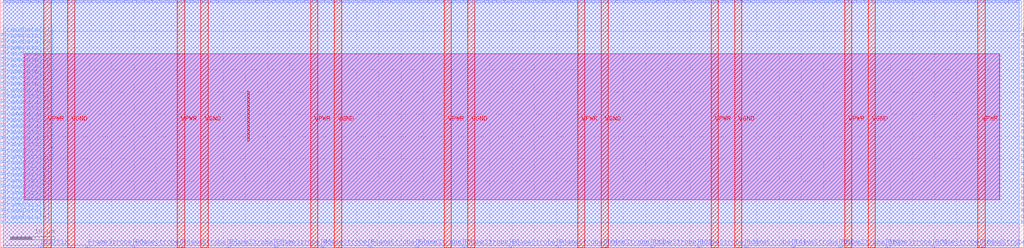
<source format=lef>
VERSION 5.7 ;
  NOWIREEXTENSIONATPIN ON ;
  DIVIDERCHAR "/" ;
  BUSBITCHARS "[]" ;
MACRO S_term_single2
  CLASS BLOCK ;
  FOREIGN S_term_single2 ;
  ORIGIN 0.000 0.000 ;
  SIZE 230.000 BY 55.760 ;
  PIN FrameData[0]
    DIRECTION INPUT ;
    USE SIGNAL ;
    ANTENNAGATEAREA 0.213000 ;
    PORT
      LAYER met3 ;
        RECT 0.000 5.480 0.600 6.080 ;
    END
  END FrameData[0]
  PIN FrameData[10]
    DIRECTION INPUT ;
    USE SIGNAL ;
    ANTENNAGATEAREA 0.631200 ;
    ANTENNADIFFAREA 0.434700 ;
    PORT
      LAYER met3 ;
        RECT 0.000 19.080 0.600 19.680 ;
    END
  END FrameData[10]
  PIN FrameData[11]
    DIRECTION INPUT ;
    USE SIGNAL ;
    ANTENNAGATEAREA 0.631200 ;
    ANTENNADIFFAREA 0.434700 ;
    PORT
      LAYER met3 ;
        RECT 0.000 20.440 0.600 21.040 ;
    END
  END FrameData[11]
  PIN FrameData[12]
    DIRECTION INPUT ;
    USE SIGNAL ;
    ANTENNAGATEAREA 0.196500 ;
    PORT
      LAYER met3 ;
        RECT 0.000 21.800 0.600 22.400 ;
    END
  END FrameData[12]
  PIN FrameData[13]
    DIRECTION INPUT ;
    USE SIGNAL ;
    ANTENNAGATEAREA 0.631200 ;
    ANTENNADIFFAREA 0.434700 ;
    PORT
      LAYER met3 ;
        RECT 0.000 23.160 0.600 23.760 ;
    END
  END FrameData[13]
  PIN FrameData[14]
    DIRECTION INPUT ;
    USE SIGNAL ;
    ANTENNAGATEAREA 0.631200 ;
    ANTENNADIFFAREA 0.434700 ;
    PORT
      LAYER met3 ;
        RECT 0.000 24.520 0.600 25.120 ;
    END
  END FrameData[14]
  PIN FrameData[15]
    DIRECTION INPUT ;
    USE SIGNAL ;
    ANTENNAGATEAREA 0.631200 ;
    ANTENNADIFFAREA 0.434700 ;
    PORT
      LAYER met3 ;
        RECT 0.000 25.880 0.600 26.480 ;
    END
  END FrameData[15]
  PIN FrameData[16]
    DIRECTION INPUT ;
    USE SIGNAL ;
    ANTENNAGATEAREA 0.631200 ;
    ANTENNADIFFAREA 0.434700 ;
    PORT
      LAYER met3 ;
        RECT 0.000 27.240 0.600 27.840 ;
    END
  END FrameData[16]
  PIN FrameData[17]
    DIRECTION INPUT ;
    USE SIGNAL ;
    ANTENNAGATEAREA 0.631200 ;
    ANTENNADIFFAREA 0.434700 ;
    PORT
      LAYER met3 ;
        RECT 0.000 28.600 0.600 29.200 ;
    END
  END FrameData[17]
  PIN FrameData[18]
    DIRECTION INPUT ;
    USE SIGNAL ;
    ANTENNAGATEAREA 0.647700 ;
    ANTENNADIFFAREA 0.434700 ;
    PORT
      LAYER met3 ;
        RECT 0.000 29.960 0.600 30.560 ;
    END
  END FrameData[18]
  PIN FrameData[19]
    DIRECTION INPUT ;
    USE SIGNAL ;
    ANTENNAGATEAREA 0.196500 ;
    PORT
      LAYER met3 ;
        RECT 0.000 31.320 0.600 31.920 ;
    END
  END FrameData[19]
  PIN FrameData[1]
    DIRECTION INPUT ;
    USE SIGNAL ;
    ANTENNAGATEAREA 0.631200 ;
    ANTENNADIFFAREA 0.434700 ;
    PORT
      LAYER met3 ;
        RECT 0.000 6.840 0.600 7.440 ;
    END
  END FrameData[1]
  PIN FrameData[20]
    DIRECTION INPUT ;
    USE SIGNAL ;
    ANTENNAGATEAREA 0.631200 ;
    ANTENNADIFFAREA 0.434700 ;
    PORT
      LAYER met3 ;
        RECT 0.000 32.680 0.600 33.280 ;
    END
  END FrameData[20]
  PIN FrameData[21]
    DIRECTION INPUT ;
    USE SIGNAL ;
    ANTENNAGATEAREA 0.647700 ;
    ANTENNADIFFAREA 0.434700 ;
    PORT
      LAYER met3 ;
        RECT 0.000 34.040 0.600 34.640 ;
    END
  END FrameData[21]
  PIN FrameData[22]
    DIRECTION INPUT ;
    USE SIGNAL ;
    ANTENNAGATEAREA 0.196500 ;
    PORT
      LAYER met3 ;
        RECT 0.000 35.400 0.600 36.000 ;
    END
  END FrameData[22]
  PIN FrameData[23]
    DIRECTION INPUT ;
    USE SIGNAL ;
    ANTENNAGATEAREA 0.631200 ;
    ANTENNADIFFAREA 0.434700 ;
    PORT
      LAYER met3 ;
        RECT 0.000 36.760 0.600 37.360 ;
    END
  END FrameData[23]
  PIN FrameData[24]
    DIRECTION INPUT ;
    USE SIGNAL ;
    ANTENNAGATEAREA 0.196500 ;
    PORT
      LAYER met3 ;
        RECT 0.000 38.120 0.600 38.720 ;
    END
  END FrameData[24]
  PIN FrameData[25]
    DIRECTION INPUT ;
    USE SIGNAL ;
    ANTENNAGATEAREA 0.631200 ;
    ANTENNADIFFAREA 0.434700 ;
    PORT
      LAYER met3 ;
        RECT 0.000 39.480 0.600 40.080 ;
    END
  END FrameData[25]
  PIN FrameData[26]
    DIRECTION INPUT ;
    USE SIGNAL ;
    ANTENNAGATEAREA 0.196500 ;
    PORT
      LAYER met3 ;
        RECT 0.000 40.840 0.600 41.440 ;
    END
  END FrameData[26]
  PIN FrameData[27]
    DIRECTION INPUT ;
    USE SIGNAL ;
    ANTENNAGATEAREA 0.631200 ;
    ANTENNADIFFAREA 0.434700 ;
    PORT
      LAYER met3 ;
        RECT 0.000 42.200 0.600 42.800 ;
    END
  END FrameData[27]
  PIN FrameData[28]
    DIRECTION INPUT ;
    USE SIGNAL ;
    ANTENNAGATEAREA 0.631200 ;
    ANTENNADIFFAREA 0.434700 ;
    PORT
      LAYER met3 ;
        RECT 0.000 43.560 0.600 44.160 ;
    END
  END FrameData[28]
  PIN FrameData[29]
    DIRECTION INPUT ;
    USE SIGNAL ;
    ANTENNAGATEAREA 0.213000 ;
    PORT
      LAYER met3 ;
        RECT 0.000 44.920 0.600 45.520 ;
    END
  END FrameData[29]
  PIN FrameData[2]
    DIRECTION INPUT ;
    USE SIGNAL ;
    ANTENNAGATEAREA 0.631200 ;
    ANTENNADIFFAREA 0.434700 ;
    PORT
      LAYER met3 ;
        RECT 0.000 8.200 0.600 8.800 ;
    END
  END FrameData[2]
  PIN FrameData[30]
    DIRECTION INPUT ;
    USE SIGNAL ;
    ANTENNAGATEAREA 0.631200 ;
    ANTENNADIFFAREA 0.434700 ;
    PORT
      LAYER met3 ;
        RECT 0.000 46.280 0.600 46.880 ;
    END
  END FrameData[30]
  PIN FrameData[31]
    DIRECTION INPUT ;
    USE SIGNAL ;
    ANTENNAGATEAREA 0.631200 ;
    ANTENNADIFFAREA 0.434700 ;
    PORT
      LAYER met3 ;
        RECT 0.000 47.640 0.600 48.240 ;
    END
  END FrameData[31]
  PIN FrameData[3]
    DIRECTION INPUT ;
    USE SIGNAL ;
    ANTENNAGATEAREA 0.631200 ;
    ANTENNADIFFAREA 0.434700 ;
    PORT
      LAYER met3 ;
        RECT 0.000 9.560 0.600 10.160 ;
    END
  END FrameData[3]
  PIN FrameData[4]
    DIRECTION INPUT ;
    USE SIGNAL ;
    ANTENNAGATEAREA 0.631200 ;
    ANTENNADIFFAREA 0.434700 ;
    PORT
      LAYER met3 ;
        RECT 0.000 10.920 0.600 11.520 ;
    END
  END FrameData[4]
  PIN FrameData[5]
    DIRECTION INPUT ;
    USE SIGNAL ;
    ANTENNAGATEAREA 0.631200 ;
    ANTENNADIFFAREA 0.434700 ;
    PORT
      LAYER met3 ;
        RECT 0.000 12.280 0.600 12.880 ;
    END
  END FrameData[5]
  PIN FrameData[6]
    DIRECTION INPUT ;
    USE SIGNAL ;
    ANTENNAGATEAREA 0.631200 ;
    ANTENNADIFFAREA 0.434700 ;
    PORT
      LAYER met3 ;
        RECT 0.000 13.640 0.600 14.240 ;
    END
  END FrameData[6]
  PIN FrameData[7]
    DIRECTION INPUT ;
    USE SIGNAL ;
    ANTENNAGATEAREA 0.631200 ;
    ANTENNADIFFAREA 0.434700 ;
    PORT
      LAYER met3 ;
        RECT 0.000 15.000 0.600 15.600 ;
    END
  END FrameData[7]
  PIN FrameData[8]
    DIRECTION INPUT ;
    USE SIGNAL ;
    ANTENNAGATEAREA 0.631200 ;
    ANTENNADIFFAREA 0.434700 ;
    PORT
      LAYER met3 ;
        RECT 0.000 16.360 0.600 16.960 ;
    END
  END FrameData[8]
  PIN FrameData[9]
    DIRECTION INPUT ;
    USE SIGNAL ;
    ANTENNAGATEAREA 0.631200 ;
    ANTENNADIFFAREA 0.434700 ;
    PORT
      LAYER met3 ;
        RECT 0.000 17.720 0.600 18.320 ;
    END
  END FrameData[9]
  PIN FrameData_O[0]
    DIRECTION OUTPUT ;
    USE SIGNAL ;
    ANTENNADIFFAREA 0.445500 ;
    PORT
      LAYER met3 ;
        RECT 229.400 5.480 230.000 6.080 ;
    END
  END FrameData_O[0]
  PIN FrameData_O[10]
    DIRECTION OUTPUT ;
    USE SIGNAL ;
    ANTENNADIFFAREA 0.445500 ;
    PORT
      LAYER met3 ;
        RECT 229.400 19.080 230.000 19.680 ;
    END
  END FrameData_O[10]
  PIN FrameData_O[11]
    DIRECTION OUTPUT ;
    USE SIGNAL ;
    ANTENNADIFFAREA 0.445500 ;
    PORT
      LAYER met3 ;
        RECT 229.400 20.440 230.000 21.040 ;
    END
  END FrameData_O[11]
  PIN FrameData_O[12]
    DIRECTION OUTPUT ;
    USE SIGNAL ;
    ANTENNADIFFAREA 0.445500 ;
    PORT
      LAYER met3 ;
        RECT 229.400 21.800 230.000 22.400 ;
    END
  END FrameData_O[12]
  PIN FrameData_O[13]
    DIRECTION OUTPUT ;
    USE SIGNAL ;
    ANTENNADIFFAREA 0.445500 ;
    PORT
      LAYER met3 ;
        RECT 229.400 23.160 230.000 23.760 ;
    END
  END FrameData_O[13]
  PIN FrameData_O[14]
    DIRECTION OUTPUT ;
    USE SIGNAL ;
    ANTENNADIFFAREA 0.445500 ;
    PORT
      LAYER met3 ;
        RECT 229.400 24.520 230.000 25.120 ;
    END
  END FrameData_O[14]
  PIN FrameData_O[15]
    DIRECTION OUTPUT ;
    USE SIGNAL ;
    ANTENNADIFFAREA 0.445500 ;
    PORT
      LAYER met3 ;
        RECT 229.400 25.880 230.000 26.480 ;
    END
  END FrameData_O[15]
  PIN FrameData_O[16]
    DIRECTION OUTPUT ;
    USE SIGNAL ;
    ANTENNADIFFAREA 0.445500 ;
    PORT
      LAYER met3 ;
        RECT 229.400 27.240 230.000 27.840 ;
    END
  END FrameData_O[16]
  PIN FrameData_O[17]
    DIRECTION OUTPUT ;
    USE SIGNAL ;
    ANTENNADIFFAREA 0.445500 ;
    PORT
      LAYER met3 ;
        RECT 229.400 28.600 230.000 29.200 ;
    END
  END FrameData_O[17]
  PIN FrameData_O[18]
    DIRECTION OUTPUT ;
    USE SIGNAL ;
    ANTENNADIFFAREA 0.445500 ;
    PORT
      LAYER met3 ;
        RECT 229.400 29.960 230.000 30.560 ;
    END
  END FrameData_O[18]
  PIN FrameData_O[19]
    DIRECTION OUTPUT ;
    USE SIGNAL ;
    ANTENNADIFFAREA 0.445500 ;
    PORT
      LAYER met3 ;
        RECT 229.400 31.320 230.000 31.920 ;
    END
  END FrameData_O[19]
  PIN FrameData_O[1]
    DIRECTION OUTPUT ;
    USE SIGNAL ;
    ANTENNADIFFAREA 0.445500 ;
    PORT
      LAYER met3 ;
        RECT 229.400 6.840 230.000 7.440 ;
    END
  END FrameData_O[1]
  PIN FrameData_O[20]
    DIRECTION OUTPUT ;
    USE SIGNAL ;
    ANTENNADIFFAREA 0.445500 ;
    PORT
      LAYER met3 ;
        RECT 229.400 32.680 230.000 33.280 ;
    END
  END FrameData_O[20]
  PIN FrameData_O[21]
    DIRECTION OUTPUT ;
    USE SIGNAL ;
    ANTENNADIFFAREA 0.445500 ;
    PORT
      LAYER met3 ;
        RECT 229.400 34.040 230.000 34.640 ;
    END
  END FrameData_O[21]
  PIN FrameData_O[22]
    DIRECTION OUTPUT ;
    USE SIGNAL ;
    ANTENNADIFFAREA 0.445500 ;
    PORT
      LAYER met3 ;
        RECT 229.400 35.400 230.000 36.000 ;
    END
  END FrameData_O[22]
  PIN FrameData_O[23]
    DIRECTION OUTPUT ;
    USE SIGNAL ;
    ANTENNADIFFAREA 0.445500 ;
    PORT
      LAYER met3 ;
        RECT 229.400 36.760 230.000 37.360 ;
    END
  END FrameData_O[23]
  PIN FrameData_O[24]
    DIRECTION OUTPUT ;
    USE SIGNAL ;
    ANTENNADIFFAREA 0.445500 ;
    PORT
      LAYER met3 ;
        RECT 229.400 38.120 230.000 38.720 ;
    END
  END FrameData_O[24]
  PIN FrameData_O[25]
    DIRECTION OUTPUT ;
    USE SIGNAL ;
    ANTENNADIFFAREA 0.445500 ;
    PORT
      LAYER met3 ;
        RECT 229.400 39.480 230.000 40.080 ;
    END
  END FrameData_O[25]
  PIN FrameData_O[26]
    DIRECTION OUTPUT ;
    USE SIGNAL ;
    ANTENNADIFFAREA 0.445500 ;
    PORT
      LAYER met3 ;
        RECT 229.400 40.840 230.000 41.440 ;
    END
  END FrameData_O[26]
  PIN FrameData_O[27]
    DIRECTION OUTPUT ;
    USE SIGNAL ;
    ANTENNADIFFAREA 0.445500 ;
    PORT
      LAYER met3 ;
        RECT 229.400 42.200 230.000 42.800 ;
    END
  END FrameData_O[27]
  PIN FrameData_O[28]
    DIRECTION OUTPUT ;
    USE SIGNAL ;
    ANTENNADIFFAREA 0.445500 ;
    PORT
      LAYER met3 ;
        RECT 229.400 43.560 230.000 44.160 ;
    END
  END FrameData_O[28]
  PIN FrameData_O[29]
    DIRECTION OUTPUT ;
    USE SIGNAL ;
    ANTENNADIFFAREA 0.445500 ;
    PORT
      LAYER met3 ;
        RECT 229.400 44.920 230.000 45.520 ;
    END
  END FrameData_O[29]
  PIN FrameData_O[2]
    DIRECTION OUTPUT ;
    USE SIGNAL ;
    ANTENNADIFFAREA 0.445500 ;
    PORT
      LAYER met3 ;
        RECT 229.400 8.200 230.000 8.800 ;
    END
  END FrameData_O[2]
  PIN FrameData_O[30]
    DIRECTION OUTPUT ;
    USE SIGNAL ;
    ANTENNADIFFAREA 0.445500 ;
    PORT
      LAYER met3 ;
        RECT 229.400 46.280 230.000 46.880 ;
    END
  END FrameData_O[30]
  PIN FrameData_O[31]
    DIRECTION OUTPUT ;
    USE SIGNAL ;
    ANTENNADIFFAREA 0.445500 ;
    PORT
      LAYER met3 ;
        RECT 229.400 47.640 230.000 48.240 ;
    END
  END FrameData_O[31]
  PIN FrameData_O[3]
    DIRECTION OUTPUT ;
    USE SIGNAL ;
    ANTENNADIFFAREA 0.445500 ;
    PORT
      LAYER met3 ;
        RECT 229.400 9.560 230.000 10.160 ;
    END
  END FrameData_O[3]
  PIN FrameData_O[4]
    DIRECTION OUTPUT ;
    USE SIGNAL ;
    ANTENNADIFFAREA 0.445500 ;
    PORT
      LAYER met3 ;
        RECT 229.400 10.920 230.000 11.520 ;
    END
  END FrameData_O[4]
  PIN FrameData_O[5]
    DIRECTION OUTPUT ;
    USE SIGNAL ;
    ANTENNADIFFAREA 0.445500 ;
    PORT
      LAYER met3 ;
        RECT 229.400 12.280 230.000 12.880 ;
    END
  END FrameData_O[5]
  PIN FrameData_O[6]
    DIRECTION OUTPUT ;
    USE SIGNAL ;
    ANTENNADIFFAREA 0.445500 ;
    PORT
      LAYER met3 ;
        RECT 229.400 13.640 230.000 14.240 ;
    END
  END FrameData_O[6]
  PIN FrameData_O[7]
    DIRECTION OUTPUT ;
    USE SIGNAL ;
    ANTENNADIFFAREA 0.445500 ;
    PORT
      LAYER met3 ;
        RECT 229.400 15.000 230.000 15.600 ;
    END
  END FrameData_O[7]
  PIN FrameData_O[8]
    DIRECTION OUTPUT ;
    USE SIGNAL ;
    ANTENNADIFFAREA 0.445500 ;
    PORT
      LAYER met3 ;
        RECT 229.400 16.360 230.000 16.960 ;
    END
  END FrameData_O[8]
  PIN FrameData_O[9]
    DIRECTION OUTPUT ;
    USE SIGNAL ;
    ANTENNADIFFAREA 0.445500 ;
    PORT
      LAYER met3 ;
        RECT 229.400 17.720 230.000 18.320 ;
    END
  END FrameData_O[9]
  PIN FrameStrobe[0]
    DIRECTION INPUT ;
    USE SIGNAL ;
    ANTENNAGATEAREA 0.196500 ;
    PORT
      LAYER met2 ;
        RECT 19.410 0.000 19.690 0.280 ;
    END
  END FrameStrobe[0]
  PIN FrameStrobe[10]
    DIRECTION INPUT ;
    USE SIGNAL ;
    ANTENNAGATEAREA 0.196500 ;
    PORT
      LAYER met2 ;
        RECT 125.210 0.000 125.490 0.280 ;
    END
  END FrameStrobe[10]
  PIN FrameStrobe[11]
    DIRECTION INPUT ;
    USE SIGNAL ;
    ANTENNAGATEAREA 0.196500 ;
    PORT
      LAYER met2 ;
        RECT 135.790 0.000 136.070 0.280 ;
    END
  END FrameStrobe[11]
  PIN FrameStrobe[12]
    DIRECTION INPUT ;
    USE SIGNAL ;
    ANTENNAGATEAREA 0.196500 ;
    PORT
      LAYER met2 ;
        RECT 146.370 0.000 146.650 0.280 ;
    END
  END FrameStrobe[12]
  PIN FrameStrobe[13]
    DIRECTION INPUT ;
    USE SIGNAL ;
    ANTENNAGATEAREA 0.196500 ;
    PORT
      LAYER met2 ;
        RECT 156.950 0.000 157.230 0.280 ;
    END
  END FrameStrobe[13]
  PIN FrameStrobe[14]
    DIRECTION INPUT ;
    USE SIGNAL ;
    ANTENNAGATEAREA 0.196500 ;
    PORT
      LAYER met2 ;
        RECT 167.530 0.000 167.810 0.280 ;
    END
  END FrameStrobe[14]
  PIN FrameStrobe[15]
    DIRECTION INPUT ;
    USE SIGNAL ;
    ANTENNAGATEAREA 0.196500 ;
    PORT
      LAYER met2 ;
        RECT 178.110 0.000 178.390 0.280 ;
    END
  END FrameStrobe[15]
  PIN FrameStrobe[16]
    DIRECTION INPUT ;
    USE SIGNAL ;
    ANTENNAGATEAREA 0.196500 ;
    PORT
      LAYER met2 ;
        RECT 188.690 0.000 188.970 0.280 ;
    END
  END FrameStrobe[16]
  PIN FrameStrobe[17]
    DIRECTION INPUT ;
    USE SIGNAL ;
    ANTENNAGATEAREA 0.196500 ;
    PORT
      LAYER met2 ;
        RECT 199.270 0.000 199.550 0.280 ;
    END
  END FrameStrobe[17]
  PIN FrameStrobe[18]
    DIRECTION INPUT ;
    USE SIGNAL ;
    ANTENNAGATEAREA 0.196500 ;
    PORT
      LAYER met2 ;
        RECT 209.850 0.000 210.130 0.280 ;
    END
  END FrameStrobe[18]
  PIN FrameStrobe[19]
    DIRECTION INPUT ;
    USE SIGNAL ;
    ANTENNAGATEAREA 0.196500 ;
    PORT
      LAYER met2 ;
        RECT 220.430 0.000 220.710 0.280 ;
    END
  END FrameStrobe[19]
  PIN FrameStrobe[1]
    DIRECTION INPUT ;
    USE SIGNAL ;
    ANTENNAGATEAREA 0.196500 ;
    PORT
      LAYER met2 ;
        RECT 29.990 0.000 30.270 0.280 ;
    END
  END FrameStrobe[1]
  PIN FrameStrobe[2]
    DIRECTION INPUT ;
    USE SIGNAL ;
    ANTENNAGATEAREA 0.213000 ;
    PORT
      LAYER met2 ;
        RECT 40.570 0.000 40.850 0.280 ;
    END
  END FrameStrobe[2]
  PIN FrameStrobe[3]
    DIRECTION INPUT ;
    USE SIGNAL ;
    ANTENNAGATEAREA 0.213000 ;
    PORT
      LAYER met2 ;
        RECT 51.150 0.000 51.430 0.280 ;
    END
  END FrameStrobe[3]
  PIN FrameStrobe[4]
    DIRECTION INPUT ;
    USE SIGNAL ;
    ANTENNAGATEAREA 0.213000 ;
    PORT
      LAYER met2 ;
        RECT 61.730 0.000 62.010 0.280 ;
    END
  END FrameStrobe[4]
  PIN FrameStrobe[5]
    DIRECTION INPUT ;
    USE SIGNAL ;
    ANTENNAGATEAREA 0.213000 ;
    PORT
      LAYER met2 ;
        RECT 72.310 0.000 72.590 0.280 ;
    END
  END FrameStrobe[5]
  PIN FrameStrobe[6]
    DIRECTION INPUT ;
    USE SIGNAL ;
    ANTENNAGATEAREA 0.196500 ;
    PORT
      LAYER met2 ;
        RECT 82.890 0.000 83.170 0.280 ;
    END
  END FrameStrobe[6]
  PIN FrameStrobe[7]
    DIRECTION INPUT ;
    USE SIGNAL ;
    ANTENNAGATEAREA 0.196500 ;
    PORT
      LAYER met2 ;
        RECT 93.470 0.000 93.750 0.280 ;
    END
  END FrameStrobe[7]
  PIN FrameStrobe[8]
    DIRECTION INPUT ;
    USE SIGNAL ;
    ANTENNAGATEAREA 0.196500 ;
    PORT
      LAYER met2 ;
        RECT 104.050 0.000 104.330 0.280 ;
    END
  END FrameStrobe[8]
  PIN FrameStrobe[9]
    DIRECTION INPUT ;
    USE SIGNAL ;
    ANTENNAGATEAREA 0.196500 ;
    PORT
      LAYER met2 ;
        RECT 114.630 0.000 114.910 0.280 ;
    END
  END FrameStrobe[9]
  PIN FrameStrobe_O[0]
    DIRECTION OUTPUT ;
    USE SIGNAL ;
    ANTENNADIFFAREA 0.445500 ;
    PORT
      LAYER met2 ;
        RECT 193.750 55.480 194.030 55.760 ;
    END
  END FrameStrobe_O[0]
  PIN FrameStrobe_O[10]
    DIRECTION OUTPUT ;
    USE SIGNAL ;
    ANTENNADIFFAREA 0.445500 ;
    PORT
      LAYER met2 ;
        RECT 212.150 55.480 212.430 55.760 ;
    END
  END FrameStrobe_O[10]
  PIN FrameStrobe_O[11]
    DIRECTION OUTPUT ;
    USE SIGNAL ;
    ANTENNADIFFAREA 0.445500 ;
    PORT
      LAYER met2 ;
        RECT 213.990 55.480 214.270 55.760 ;
    END
  END FrameStrobe_O[11]
  PIN FrameStrobe_O[12]
    DIRECTION OUTPUT ;
    USE SIGNAL ;
    ANTENNADIFFAREA 0.445500 ;
    PORT
      LAYER met2 ;
        RECT 215.830 55.480 216.110 55.760 ;
    END
  END FrameStrobe_O[12]
  PIN FrameStrobe_O[13]
    DIRECTION OUTPUT ;
    USE SIGNAL ;
    ANTENNADIFFAREA 0.445500 ;
    PORT
      LAYER met2 ;
        RECT 217.670 55.480 217.950 55.760 ;
    END
  END FrameStrobe_O[13]
  PIN FrameStrobe_O[14]
    DIRECTION OUTPUT ;
    USE SIGNAL ;
    ANTENNADIFFAREA 0.445500 ;
    PORT
      LAYER met2 ;
        RECT 219.510 55.480 219.790 55.760 ;
    END
  END FrameStrobe_O[14]
  PIN FrameStrobe_O[15]
    DIRECTION OUTPUT ;
    USE SIGNAL ;
    ANTENNADIFFAREA 0.445500 ;
    PORT
      LAYER met2 ;
        RECT 221.350 55.480 221.630 55.760 ;
    END
  END FrameStrobe_O[15]
  PIN FrameStrobe_O[16]
    DIRECTION OUTPUT ;
    USE SIGNAL ;
    ANTENNADIFFAREA 0.445500 ;
    PORT
      LAYER met2 ;
        RECT 223.190 55.480 223.470 55.760 ;
    END
  END FrameStrobe_O[16]
  PIN FrameStrobe_O[17]
    DIRECTION OUTPUT ;
    USE SIGNAL ;
    ANTENNADIFFAREA 0.445500 ;
    PORT
      LAYER met2 ;
        RECT 225.030 55.480 225.310 55.760 ;
    END
  END FrameStrobe_O[17]
  PIN FrameStrobe_O[18]
    DIRECTION OUTPUT ;
    USE SIGNAL ;
    ANTENNADIFFAREA 0.445500 ;
    PORT
      LAYER met2 ;
        RECT 226.870 55.480 227.150 55.760 ;
    END
  END FrameStrobe_O[18]
  PIN FrameStrobe_O[19]
    DIRECTION OUTPUT ;
    USE SIGNAL ;
    ANTENNADIFFAREA 0.445500 ;
    PORT
      LAYER met2 ;
        RECT 228.710 55.480 228.990 55.760 ;
    END
  END FrameStrobe_O[19]
  PIN FrameStrobe_O[1]
    DIRECTION OUTPUT ;
    USE SIGNAL ;
    ANTENNADIFFAREA 0.445500 ;
    PORT
      LAYER met2 ;
        RECT 195.590 55.480 195.870 55.760 ;
    END
  END FrameStrobe_O[1]
  PIN FrameStrobe_O[2]
    DIRECTION OUTPUT ;
    USE SIGNAL ;
    ANTENNADIFFAREA 0.445500 ;
    PORT
      LAYER met2 ;
        RECT 197.430 55.480 197.710 55.760 ;
    END
  END FrameStrobe_O[2]
  PIN FrameStrobe_O[3]
    DIRECTION OUTPUT ;
    USE SIGNAL ;
    ANTENNADIFFAREA 0.445500 ;
    PORT
      LAYER met2 ;
        RECT 199.270 55.480 199.550 55.760 ;
    END
  END FrameStrobe_O[3]
  PIN FrameStrobe_O[4]
    DIRECTION OUTPUT ;
    USE SIGNAL ;
    ANTENNADIFFAREA 0.445500 ;
    PORT
      LAYER met2 ;
        RECT 201.110 55.480 201.390 55.760 ;
    END
  END FrameStrobe_O[4]
  PIN FrameStrobe_O[5]
    DIRECTION OUTPUT ;
    USE SIGNAL ;
    ANTENNADIFFAREA 0.445500 ;
    PORT
      LAYER met2 ;
        RECT 202.950 55.480 203.230 55.760 ;
    END
  END FrameStrobe_O[5]
  PIN FrameStrobe_O[6]
    DIRECTION OUTPUT ;
    USE SIGNAL ;
    ANTENNADIFFAREA 0.445500 ;
    PORT
      LAYER met2 ;
        RECT 204.790 55.480 205.070 55.760 ;
    END
  END FrameStrobe_O[6]
  PIN FrameStrobe_O[7]
    DIRECTION OUTPUT ;
    USE SIGNAL ;
    ANTENNADIFFAREA 0.445500 ;
    PORT
      LAYER met2 ;
        RECT 206.630 55.480 206.910 55.760 ;
    END
  END FrameStrobe_O[7]
  PIN FrameStrobe_O[8]
    DIRECTION OUTPUT ;
    USE SIGNAL ;
    ANTENNADIFFAREA 0.445500 ;
    PORT
      LAYER met2 ;
        RECT 208.470 55.480 208.750 55.760 ;
    END
  END FrameStrobe_O[8]
  PIN FrameStrobe_O[9]
    DIRECTION OUTPUT ;
    USE SIGNAL ;
    ANTENNADIFFAREA 0.445500 ;
    PORT
      LAYER met2 ;
        RECT 210.310 55.480 210.590 55.760 ;
    END
  END FrameStrobe_O[9]
  PIN N1BEG[0]
    DIRECTION OUTPUT ;
    USE SIGNAL ;
    ANTENNADIFFAREA 0.445500 ;
    PORT
      LAYER met2 ;
        RECT 0.550 55.480 0.830 55.760 ;
    END
  END N1BEG[0]
  PIN N1BEG[1]
    DIRECTION OUTPUT ;
    USE SIGNAL ;
    ANTENNADIFFAREA 0.445500 ;
    PORT
      LAYER met2 ;
        RECT 2.390 55.480 2.670 55.760 ;
    END
  END N1BEG[1]
  PIN N1BEG[2]
    DIRECTION OUTPUT ;
    USE SIGNAL ;
    ANTENNADIFFAREA 0.445500 ;
    PORT
      LAYER met2 ;
        RECT 4.230 55.480 4.510 55.760 ;
    END
  END N1BEG[2]
  PIN N1BEG[3]
    DIRECTION OUTPUT ;
    USE SIGNAL ;
    ANTENNADIFFAREA 0.445500 ;
    PORT
      LAYER met2 ;
        RECT 6.070 55.480 6.350 55.760 ;
    END
  END N1BEG[3]
  PIN N2BEG[0]
    DIRECTION OUTPUT ;
    USE SIGNAL ;
    ANTENNADIFFAREA 0.445500 ;
    PORT
      LAYER met2 ;
        RECT 7.910 55.480 8.190 55.760 ;
    END
  END N2BEG[0]
  PIN N2BEG[1]
    DIRECTION OUTPUT ;
    USE SIGNAL ;
    ANTENNADIFFAREA 0.445500 ;
    PORT
      LAYER met2 ;
        RECT 9.750 55.480 10.030 55.760 ;
    END
  END N2BEG[1]
  PIN N2BEG[2]
    DIRECTION OUTPUT ;
    USE SIGNAL ;
    ANTENNADIFFAREA 0.445500 ;
    PORT
      LAYER met2 ;
        RECT 11.590 55.480 11.870 55.760 ;
    END
  END N2BEG[2]
  PIN N2BEG[3]
    DIRECTION OUTPUT ;
    USE SIGNAL ;
    ANTENNADIFFAREA 0.445500 ;
    PORT
      LAYER met2 ;
        RECT 13.430 55.480 13.710 55.760 ;
    END
  END N2BEG[3]
  PIN N2BEG[4]
    DIRECTION OUTPUT ;
    USE SIGNAL ;
    ANTENNADIFFAREA 0.445500 ;
    PORT
      LAYER met2 ;
        RECT 15.270 55.480 15.550 55.760 ;
    END
  END N2BEG[4]
  PIN N2BEG[5]
    DIRECTION OUTPUT ;
    USE SIGNAL ;
    ANTENNADIFFAREA 0.445500 ;
    PORT
      LAYER met2 ;
        RECT 17.110 55.480 17.390 55.760 ;
    END
  END N2BEG[5]
  PIN N2BEG[6]
    DIRECTION OUTPUT ;
    USE SIGNAL ;
    ANTENNADIFFAREA 0.445500 ;
    PORT
      LAYER met2 ;
        RECT 18.950 55.480 19.230 55.760 ;
    END
  END N2BEG[6]
  PIN N2BEG[7]
    DIRECTION OUTPUT ;
    USE SIGNAL ;
    ANTENNADIFFAREA 0.445500 ;
    PORT
      LAYER met2 ;
        RECT 20.790 55.480 21.070 55.760 ;
    END
  END N2BEG[7]
  PIN N2BEGb[0]
    DIRECTION OUTPUT ;
    USE SIGNAL ;
    ANTENNADIFFAREA 0.445500 ;
    PORT
      LAYER met2 ;
        RECT 22.630 55.480 22.910 55.760 ;
    END
  END N2BEGb[0]
  PIN N2BEGb[1]
    DIRECTION OUTPUT ;
    USE SIGNAL ;
    ANTENNADIFFAREA 0.445500 ;
    PORT
      LAYER met2 ;
        RECT 24.470 55.480 24.750 55.760 ;
    END
  END N2BEGb[1]
  PIN N2BEGb[2]
    DIRECTION OUTPUT ;
    USE SIGNAL ;
    ANTENNADIFFAREA 0.445500 ;
    PORT
      LAYER met2 ;
        RECT 26.310 55.480 26.590 55.760 ;
    END
  END N2BEGb[2]
  PIN N2BEGb[3]
    DIRECTION OUTPUT ;
    USE SIGNAL ;
    ANTENNADIFFAREA 0.445500 ;
    PORT
      LAYER met2 ;
        RECT 28.150 55.480 28.430 55.760 ;
    END
  END N2BEGb[3]
  PIN N2BEGb[4]
    DIRECTION OUTPUT ;
    USE SIGNAL ;
    ANTENNADIFFAREA 0.445500 ;
    PORT
      LAYER met2 ;
        RECT 29.990 55.480 30.270 55.760 ;
    END
  END N2BEGb[4]
  PIN N2BEGb[5]
    DIRECTION OUTPUT ;
    USE SIGNAL ;
    ANTENNADIFFAREA 0.445500 ;
    PORT
      LAYER met2 ;
        RECT 31.830 55.480 32.110 55.760 ;
    END
  END N2BEGb[5]
  PIN N2BEGb[6]
    DIRECTION OUTPUT ;
    USE SIGNAL ;
    ANTENNADIFFAREA 0.445500 ;
    PORT
      LAYER met2 ;
        RECT 33.670 55.480 33.950 55.760 ;
    END
  END N2BEGb[6]
  PIN N2BEGb[7]
    DIRECTION OUTPUT ;
    USE SIGNAL ;
    ANTENNADIFFAREA 0.445500 ;
    PORT
      LAYER met2 ;
        RECT 35.510 55.480 35.790 55.760 ;
    END
  END N2BEGb[7]
  PIN N4BEG[0]
    DIRECTION OUTPUT ;
    USE SIGNAL ;
    ANTENNADIFFAREA 0.445500 ;
    PORT
      LAYER met2 ;
        RECT 37.350 55.480 37.630 55.760 ;
    END
  END N4BEG[0]
  PIN N4BEG[10]
    DIRECTION OUTPUT ;
    USE SIGNAL ;
    ANTENNADIFFAREA 0.445500 ;
    PORT
      LAYER met2 ;
        RECT 55.750 55.480 56.030 55.760 ;
    END
  END N4BEG[10]
  PIN N4BEG[11]
    DIRECTION OUTPUT ;
    USE SIGNAL ;
    ANTENNADIFFAREA 0.445500 ;
    PORT
      LAYER met2 ;
        RECT 57.590 55.480 57.870 55.760 ;
    END
  END N4BEG[11]
  PIN N4BEG[12]
    DIRECTION OUTPUT ;
    USE SIGNAL ;
    ANTENNADIFFAREA 0.445500 ;
    PORT
      LAYER met2 ;
        RECT 59.430 55.480 59.710 55.760 ;
    END
  END N4BEG[12]
  PIN N4BEG[13]
    DIRECTION OUTPUT ;
    USE SIGNAL ;
    ANTENNADIFFAREA 0.445500 ;
    PORT
      LAYER met2 ;
        RECT 61.270 55.480 61.550 55.760 ;
    END
  END N4BEG[13]
  PIN N4BEG[14]
    DIRECTION OUTPUT ;
    USE SIGNAL ;
    ANTENNADIFFAREA 0.445500 ;
    PORT
      LAYER met2 ;
        RECT 63.110 55.480 63.390 55.760 ;
    END
  END N4BEG[14]
  PIN N4BEG[15]
    DIRECTION OUTPUT ;
    USE SIGNAL ;
    ANTENNADIFFAREA 0.445500 ;
    PORT
      LAYER met2 ;
        RECT 64.950 55.480 65.230 55.760 ;
    END
  END N4BEG[15]
  PIN N4BEG[1]
    DIRECTION OUTPUT ;
    USE SIGNAL ;
    ANTENNADIFFAREA 0.445500 ;
    PORT
      LAYER met2 ;
        RECT 39.190 55.480 39.470 55.760 ;
    END
  END N4BEG[1]
  PIN N4BEG[2]
    DIRECTION OUTPUT ;
    USE SIGNAL ;
    ANTENNADIFFAREA 0.445500 ;
    PORT
      LAYER met2 ;
        RECT 41.030 55.480 41.310 55.760 ;
    END
  END N4BEG[2]
  PIN N4BEG[3]
    DIRECTION OUTPUT ;
    USE SIGNAL ;
    ANTENNADIFFAREA 0.445500 ;
    PORT
      LAYER met2 ;
        RECT 42.870 55.480 43.150 55.760 ;
    END
  END N4BEG[3]
  PIN N4BEG[4]
    DIRECTION OUTPUT ;
    USE SIGNAL ;
    ANTENNADIFFAREA 0.445500 ;
    PORT
      LAYER met2 ;
        RECT 44.710 55.480 44.990 55.760 ;
    END
  END N4BEG[4]
  PIN N4BEG[5]
    DIRECTION OUTPUT ;
    USE SIGNAL ;
    ANTENNADIFFAREA 0.445500 ;
    PORT
      LAYER met2 ;
        RECT 46.550 55.480 46.830 55.760 ;
    END
  END N4BEG[5]
  PIN N4BEG[6]
    DIRECTION OUTPUT ;
    USE SIGNAL ;
    ANTENNADIFFAREA 0.445500 ;
    PORT
      LAYER met2 ;
        RECT 48.390 55.480 48.670 55.760 ;
    END
  END N4BEG[6]
  PIN N4BEG[7]
    DIRECTION OUTPUT ;
    USE SIGNAL ;
    ANTENNADIFFAREA 0.445500 ;
    PORT
      LAYER met2 ;
        RECT 50.230 55.480 50.510 55.760 ;
    END
  END N4BEG[7]
  PIN N4BEG[8]
    DIRECTION OUTPUT ;
    USE SIGNAL ;
    ANTENNADIFFAREA 0.445500 ;
    PORT
      LAYER met2 ;
        RECT 52.070 55.480 52.350 55.760 ;
    END
  END N4BEG[8]
  PIN N4BEG[9]
    DIRECTION OUTPUT ;
    USE SIGNAL ;
    ANTENNADIFFAREA 0.445500 ;
    PORT
      LAYER met2 ;
        RECT 53.910 55.480 54.190 55.760 ;
    END
  END N4BEG[9]
  PIN NN4BEG[0]
    DIRECTION OUTPUT ;
    USE SIGNAL ;
    ANTENNADIFFAREA 0.445500 ;
    PORT
      LAYER met2 ;
        RECT 66.790 55.480 67.070 55.760 ;
    END
  END NN4BEG[0]
  PIN NN4BEG[10]
    DIRECTION OUTPUT ;
    USE SIGNAL ;
    ANTENNADIFFAREA 0.445500 ;
    PORT
      LAYER met2 ;
        RECT 85.190 55.480 85.470 55.760 ;
    END
  END NN4BEG[10]
  PIN NN4BEG[11]
    DIRECTION OUTPUT ;
    USE SIGNAL ;
    ANTENNADIFFAREA 0.445500 ;
    PORT
      LAYER met2 ;
        RECT 87.030 55.480 87.310 55.760 ;
    END
  END NN4BEG[11]
  PIN NN4BEG[12]
    DIRECTION OUTPUT ;
    USE SIGNAL ;
    ANTENNADIFFAREA 0.445500 ;
    PORT
      LAYER met2 ;
        RECT 88.870 55.480 89.150 55.760 ;
    END
  END NN4BEG[12]
  PIN NN4BEG[13]
    DIRECTION OUTPUT ;
    USE SIGNAL ;
    ANTENNADIFFAREA 0.445500 ;
    PORT
      LAYER met2 ;
        RECT 90.710 55.480 90.990 55.760 ;
    END
  END NN4BEG[13]
  PIN NN4BEG[14]
    DIRECTION OUTPUT ;
    USE SIGNAL ;
    ANTENNADIFFAREA 0.445500 ;
    PORT
      LAYER met2 ;
        RECT 92.550 55.480 92.830 55.760 ;
    END
  END NN4BEG[14]
  PIN NN4BEG[15]
    DIRECTION OUTPUT ;
    USE SIGNAL ;
    ANTENNADIFFAREA 0.445500 ;
    PORT
      LAYER met2 ;
        RECT 94.390 55.480 94.670 55.760 ;
    END
  END NN4BEG[15]
  PIN NN4BEG[1]
    DIRECTION OUTPUT ;
    USE SIGNAL ;
    ANTENNADIFFAREA 0.445500 ;
    PORT
      LAYER met2 ;
        RECT 68.630 55.480 68.910 55.760 ;
    END
  END NN4BEG[1]
  PIN NN4BEG[2]
    DIRECTION OUTPUT ;
    USE SIGNAL ;
    ANTENNADIFFAREA 0.445500 ;
    PORT
      LAYER met2 ;
        RECT 70.470 55.480 70.750 55.760 ;
    END
  END NN4BEG[2]
  PIN NN4BEG[3]
    DIRECTION OUTPUT ;
    USE SIGNAL ;
    ANTENNADIFFAREA 0.445500 ;
    PORT
      LAYER met2 ;
        RECT 72.310 55.480 72.590 55.760 ;
    END
  END NN4BEG[3]
  PIN NN4BEG[4]
    DIRECTION OUTPUT ;
    USE SIGNAL ;
    ANTENNADIFFAREA 0.445500 ;
    PORT
      LAYER met2 ;
        RECT 74.150 55.480 74.430 55.760 ;
    END
  END NN4BEG[4]
  PIN NN4BEG[5]
    DIRECTION OUTPUT ;
    USE SIGNAL ;
    ANTENNADIFFAREA 0.445500 ;
    PORT
      LAYER met2 ;
        RECT 75.990 55.480 76.270 55.760 ;
    END
  END NN4BEG[5]
  PIN NN4BEG[6]
    DIRECTION OUTPUT ;
    USE SIGNAL ;
    ANTENNADIFFAREA 0.445500 ;
    PORT
      LAYER met2 ;
        RECT 77.830 55.480 78.110 55.760 ;
    END
  END NN4BEG[6]
  PIN NN4BEG[7]
    DIRECTION OUTPUT ;
    USE SIGNAL ;
    ANTENNADIFFAREA 0.445500 ;
    PORT
      LAYER met2 ;
        RECT 79.670 55.480 79.950 55.760 ;
    END
  END NN4BEG[7]
  PIN NN4BEG[8]
    DIRECTION OUTPUT ;
    USE SIGNAL ;
    ANTENNADIFFAREA 0.445500 ;
    PORT
      LAYER met2 ;
        RECT 81.510 55.480 81.790 55.760 ;
    END
  END NN4BEG[8]
  PIN NN4BEG[9]
    DIRECTION OUTPUT ;
    USE SIGNAL ;
    ANTENNADIFFAREA 0.445500 ;
    PORT
      LAYER met2 ;
        RECT 83.350 55.480 83.630 55.760 ;
    END
  END NN4BEG[9]
  PIN S1END[0]
    DIRECTION INPUT ;
    USE SIGNAL ;
    ANTENNAGATEAREA 0.196500 ;
    PORT
      LAYER met2 ;
        RECT 96.230 55.480 96.510 55.760 ;
    END
  END S1END[0]
  PIN S1END[1]
    DIRECTION INPUT ;
    USE SIGNAL ;
    ANTENNAGATEAREA 0.196500 ;
    PORT
      LAYER met2 ;
        RECT 98.070 55.480 98.350 55.760 ;
    END
  END S1END[1]
  PIN S1END[2]
    DIRECTION INPUT ;
    USE SIGNAL ;
    ANTENNAGATEAREA 0.196500 ;
    PORT
      LAYER met2 ;
        RECT 99.910 55.480 100.190 55.760 ;
    END
  END S1END[2]
  PIN S1END[3]
    DIRECTION INPUT ;
    USE SIGNAL ;
    ANTENNAGATEAREA 0.196500 ;
    PORT
      LAYER met2 ;
        RECT 101.750 55.480 102.030 55.760 ;
    END
  END S1END[3]
  PIN S2END[0]
    DIRECTION INPUT ;
    USE SIGNAL ;
    ANTENNAGATEAREA 0.196500 ;
    PORT
      LAYER met2 ;
        RECT 118.310 55.480 118.590 55.760 ;
    END
  END S2END[0]
  PIN S2END[1]
    DIRECTION INPUT ;
    USE SIGNAL ;
    ANTENNAGATEAREA 0.196500 ;
    PORT
      LAYER met2 ;
        RECT 120.150 55.480 120.430 55.760 ;
    END
  END S2END[1]
  PIN S2END[2]
    DIRECTION INPUT ;
    USE SIGNAL ;
    ANTENNAGATEAREA 0.196500 ;
    PORT
      LAYER met2 ;
        RECT 121.990 55.480 122.270 55.760 ;
    END
  END S2END[2]
  PIN S2END[3]
    DIRECTION INPUT ;
    USE SIGNAL ;
    ANTENNAGATEAREA 0.196500 ;
    PORT
      LAYER met2 ;
        RECT 123.830 55.480 124.110 55.760 ;
    END
  END S2END[3]
  PIN S2END[4]
    DIRECTION INPUT ;
    USE SIGNAL ;
    ANTENNAGATEAREA 0.196500 ;
    PORT
      LAYER met2 ;
        RECT 125.670 55.480 125.950 55.760 ;
    END
  END S2END[4]
  PIN S2END[5]
    DIRECTION INPUT ;
    USE SIGNAL ;
    ANTENNAGATEAREA 0.196500 ;
    PORT
      LAYER met2 ;
        RECT 127.510 55.480 127.790 55.760 ;
    END
  END S2END[5]
  PIN S2END[6]
    DIRECTION INPUT ;
    USE SIGNAL ;
    ANTENNAGATEAREA 0.196500 ;
    PORT
      LAYER met2 ;
        RECT 129.350 55.480 129.630 55.760 ;
    END
  END S2END[6]
  PIN S2END[7]
    DIRECTION INPUT ;
    USE SIGNAL ;
    ANTENNAGATEAREA 0.196500 ;
    PORT
      LAYER met2 ;
        RECT 131.190 55.480 131.470 55.760 ;
    END
  END S2END[7]
  PIN S2MID[0]
    DIRECTION INPUT ;
    USE SIGNAL ;
    ANTENNAGATEAREA 0.196500 ;
    PORT
      LAYER met2 ;
        RECT 103.590 55.480 103.870 55.760 ;
    END
  END S2MID[0]
  PIN S2MID[1]
    DIRECTION INPUT ;
    USE SIGNAL ;
    ANTENNAGATEAREA 0.196500 ;
    PORT
      LAYER met2 ;
        RECT 105.430 55.480 105.710 55.760 ;
    END
  END S2MID[1]
  PIN S2MID[2]
    DIRECTION INPUT ;
    USE SIGNAL ;
    ANTENNAGATEAREA 0.196500 ;
    PORT
      LAYER met2 ;
        RECT 107.270 55.480 107.550 55.760 ;
    END
  END S2MID[2]
  PIN S2MID[3]
    DIRECTION INPUT ;
    USE SIGNAL ;
    ANTENNAGATEAREA 0.196500 ;
    PORT
      LAYER met2 ;
        RECT 109.110 55.480 109.390 55.760 ;
    END
  END S2MID[3]
  PIN S2MID[4]
    DIRECTION INPUT ;
    USE SIGNAL ;
    ANTENNAGATEAREA 0.196500 ;
    PORT
      LAYER met2 ;
        RECT 110.950 55.480 111.230 55.760 ;
    END
  END S2MID[4]
  PIN S2MID[5]
    DIRECTION INPUT ;
    USE SIGNAL ;
    ANTENNAGATEAREA 0.196500 ;
    PORT
      LAYER met2 ;
        RECT 112.790 55.480 113.070 55.760 ;
    END
  END S2MID[5]
  PIN S2MID[6]
    DIRECTION INPUT ;
    USE SIGNAL ;
    ANTENNAGATEAREA 0.196500 ;
    PORT
      LAYER met2 ;
        RECT 114.630 55.480 114.910 55.760 ;
    END
  END S2MID[6]
  PIN S2MID[7]
    DIRECTION INPUT ;
    USE SIGNAL ;
    ANTENNAGATEAREA 0.196500 ;
    PORT
      LAYER met2 ;
        RECT 116.470 55.480 116.750 55.760 ;
    END
  END S2MID[7]
  PIN S4END[0]
    DIRECTION INPUT ;
    USE SIGNAL ;
    ANTENNAGATEAREA 0.196500 ;
    PORT
      LAYER met2 ;
        RECT 133.030 55.480 133.310 55.760 ;
    END
  END S4END[0]
  PIN S4END[10]
    DIRECTION INPUT ;
    USE SIGNAL ;
    ANTENNAGATEAREA 0.196500 ;
    PORT
      LAYER met2 ;
        RECT 151.430 55.480 151.710 55.760 ;
    END
  END S4END[10]
  PIN S4END[11]
    DIRECTION INPUT ;
    USE SIGNAL ;
    ANTENNAGATEAREA 0.196500 ;
    PORT
      LAYER met2 ;
        RECT 153.270 55.480 153.550 55.760 ;
    END
  END S4END[11]
  PIN S4END[12]
    DIRECTION INPUT ;
    USE SIGNAL ;
    ANTENNAGATEAREA 0.196500 ;
    PORT
      LAYER met2 ;
        RECT 155.110 55.480 155.390 55.760 ;
    END
  END S4END[12]
  PIN S4END[13]
    DIRECTION INPUT ;
    USE SIGNAL ;
    ANTENNAGATEAREA 0.196500 ;
    PORT
      LAYER met2 ;
        RECT 156.950 55.480 157.230 55.760 ;
    END
  END S4END[13]
  PIN S4END[14]
    DIRECTION INPUT ;
    USE SIGNAL ;
    ANTENNAGATEAREA 0.213000 ;
    PORT
      LAYER met2 ;
        RECT 158.790 55.480 159.070 55.760 ;
    END
  END S4END[14]
  PIN S4END[15]
    DIRECTION INPUT ;
    USE SIGNAL ;
    ANTENNAGATEAREA 0.196500 ;
    PORT
      LAYER met2 ;
        RECT 160.630 55.480 160.910 55.760 ;
    END
  END S4END[15]
  PIN S4END[1]
    DIRECTION INPUT ;
    USE SIGNAL ;
    ANTENNAGATEAREA 0.631200 ;
    ANTENNADIFFAREA 0.434700 ;
    PORT
      LAYER met2 ;
        RECT 134.870 55.480 135.150 55.760 ;
    END
  END S4END[1]
  PIN S4END[2]
    DIRECTION INPUT ;
    USE SIGNAL ;
    ANTENNAGATEAREA 0.631200 ;
    ANTENNADIFFAREA 0.434700 ;
    PORT
      LAYER met2 ;
        RECT 136.710 55.480 136.990 55.760 ;
    END
  END S4END[2]
  PIN S4END[3]
    DIRECTION INPUT ;
    USE SIGNAL ;
    ANTENNAGATEAREA 0.196500 ;
    PORT
      LAYER met2 ;
        RECT 138.550 55.480 138.830 55.760 ;
    END
  END S4END[3]
  PIN S4END[4]
    DIRECTION INPUT ;
    USE SIGNAL ;
    ANTENNAGATEAREA 0.196500 ;
    PORT
      LAYER met2 ;
        RECT 140.390 55.480 140.670 55.760 ;
    END
  END S4END[4]
  PIN S4END[5]
    DIRECTION INPUT ;
    USE SIGNAL ;
    ANTENNAGATEAREA 0.196500 ;
    PORT
      LAYER met2 ;
        RECT 142.230 55.480 142.510 55.760 ;
    END
  END S4END[5]
  PIN S4END[6]
    DIRECTION INPUT ;
    USE SIGNAL ;
    ANTENNAGATEAREA 0.196500 ;
    PORT
      LAYER met2 ;
        RECT 144.070 55.480 144.350 55.760 ;
    END
  END S4END[6]
  PIN S4END[7]
    DIRECTION INPUT ;
    USE SIGNAL ;
    ANTENNAGATEAREA 0.196500 ;
    PORT
      LAYER met2 ;
        RECT 145.910 55.480 146.190 55.760 ;
    END
  END S4END[7]
  PIN S4END[8]
    DIRECTION INPUT ;
    USE SIGNAL ;
    ANTENNAGATEAREA 0.196500 ;
    PORT
      LAYER met2 ;
        RECT 147.750 55.480 148.030 55.760 ;
    END
  END S4END[8]
  PIN S4END[9]
    DIRECTION INPUT ;
    USE SIGNAL ;
    ANTENNAGATEAREA 0.196500 ;
    PORT
      LAYER met2 ;
        RECT 149.590 55.480 149.870 55.760 ;
    END
  END S4END[9]
  PIN SS4END[0]
    DIRECTION INPUT ;
    USE SIGNAL ;
    ANTENNAGATEAREA 0.196500 ;
    PORT
      LAYER met2 ;
        RECT 162.470 55.480 162.750 55.760 ;
    END
  END SS4END[0]
  PIN SS4END[10]
    DIRECTION INPUT ;
    USE SIGNAL ;
    ANTENNAGATEAREA 0.196500 ;
    PORT
      LAYER met2 ;
        RECT 180.870 55.480 181.150 55.760 ;
    END
  END SS4END[10]
  PIN SS4END[11]
    DIRECTION INPUT ;
    USE SIGNAL ;
    ANTENNAGATEAREA 0.631200 ;
    ANTENNADIFFAREA 0.434700 ;
    PORT
      LAYER met2 ;
        RECT 182.710 55.480 182.990 55.760 ;
    END
  END SS4END[11]
  PIN SS4END[12]
    DIRECTION INPUT ;
    USE SIGNAL ;
    ANTENNAGATEAREA 0.631200 ;
    ANTENNADIFFAREA 0.434700 ;
    PORT
      LAYER met2 ;
        RECT 184.550 55.480 184.830 55.760 ;
    END
  END SS4END[12]
  PIN SS4END[13]
    DIRECTION INPUT ;
    USE SIGNAL ;
    ANTENNAGATEAREA 0.196500 ;
    PORT
      LAYER met2 ;
        RECT 186.390 55.480 186.670 55.760 ;
    END
  END SS4END[13]
  PIN SS4END[14]
    DIRECTION INPUT ;
    USE SIGNAL ;
    ANTENNAGATEAREA 0.631200 ;
    ANTENNADIFFAREA 0.434700 ;
    PORT
      LAYER met2 ;
        RECT 188.230 55.480 188.510 55.760 ;
    END
  END SS4END[14]
  PIN SS4END[15]
    DIRECTION INPUT ;
    USE SIGNAL ;
    ANTENNAGATEAREA 0.631200 ;
    ANTENNADIFFAREA 0.434700 ;
    PORT
      LAYER met2 ;
        RECT 190.070 55.480 190.350 55.760 ;
    END
  END SS4END[15]
  PIN SS4END[1]
    DIRECTION INPUT ;
    USE SIGNAL ;
    ANTENNAGATEAREA 0.196500 ;
    PORT
      LAYER met2 ;
        RECT 164.310 55.480 164.590 55.760 ;
    END
  END SS4END[1]
  PIN SS4END[2]
    DIRECTION INPUT ;
    USE SIGNAL ;
    ANTENNAGATEAREA 0.196500 ;
    PORT
      LAYER met2 ;
        RECT 166.150 55.480 166.430 55.760 ;
    END
  END SS4END[2]
  PIN SS4END[3]
    DIRECTION INPUT ;
    USE SIGNAL ;
    ANTENNAGATEAREA 0.196500 ;
    PORT
      LAYER met2 ;
        RECT 167.990 55.480 168.270 55.760 ;
    END
  END SS4END[3]
  PIN SS4END[4]
    DIRECTION INPUT ;
    USE SIGNAL ;
    ANTENNAGATEAREA 0.631200 ;
    ANTENNADIFFAREA 0.434700 ;
    PORT
      LAYER met2 ;
        RECT 169.830 55.480 170.110 55.760 ;
    END
  END SS4END[4]
  PIN SS4END[5]
    DIRECTION INPUT ;
    USE SIGNAL ;
    ANTENNAGATEAREA 0.631200 ;
    ANTENNADIFFAREA 0.434700 ;
    PORT
      LAYER met2 ;
        RECT 171.670 55.480 171.950 55.760 ;
    END
  END SS4END[5]
  PIN SS4END[6]
    DIRECTION INPUT ;
    USE SIGNAL ;
    ANTENNAGATEAREA 0.196500 ;
    PORT
      LAYER met2 ;
        RECT 173.510 55.480 173.790 55.760 ;
    END
  END SS4END[6]
  PIN SS4END[7]
    DIRECTION INPUT ;
    USE SIGNAL ;
    ANTENNAGATEAREA 0.196500 ;
    PORT
      LAYER met2 ;
        RECT 175.350 55.480 175.630 55.760 ;
    END
  END SS4END[7]
  PIN SS4END[8]
    DIRECTION INPUT ;
    USE SIGNAL ;
    ANTENNAGATEAREA 0.631200 ;
    ANTENNADIFFAREA 0.434700 ;
    PORT
      LAYER met2 ;
        RECT 177.190 55.480 177.470 55.760 ;
    END
  END SS4END[8]
  PIN SS4END[9]
    DIRECTION INPUT ;
    USE SIGNAL ;
    ANTENNAGATEAREA 0.196500 ;
    PORT
      LAYER met2 ;
        RECT 179.030 55.480 179.310 55.760 ;
    END
  END SS4END[9]
  PIN UserCLK
    DIRECTION INPUT ;
    USE SIGNAL ;
    ANTENNAGATEAREA 0.159000 ;
    PORT
      LAYER met2 ;
        RECT 8.830 0.000 9.110 0.280 ;
    END
  END UserCLK
  PIN UserCLKo
    DIRECTION OUTPUT ;
    USE SIGNAL ;
    ANTENNADIFFAREA 0.340600 ;
    PORT
      LAYER met2 ;
        RECT 191.910 55.480 192.190 55.760 ;
    END
  END UserCLKo
  PIN VGND
    DIRECTION INOUT ;
    USE GROUND ;
    PORT
      LAYER met4 ;
        RECT 15.020 0.000 16.620 55.760 ;
    END
    PORT
      LAYER met4 ;
        RECT 45.020 0.000 46.620 55.760 ;
    END
    PORT
      LAYER met4 ;
        RECT 75.020 0.000 76.620 55.760 ;
    END
    PORT
      LAYER met4 ;
        RECT 105.020 0.000 106.620 55.760 ;
    END
    PORT
      LAYER met4 ;
        RECT 135.020 0.000 136.620 55.760 ;
    END
    PORT
      LAYER met4 ;
        RECT 165.020 0.000 166.620 55.760 ;
    END
    PORT
      LAYER met4 ;
        RECT 195.020 0.000 196.620 55.760 ;
    END
  END VGND
  PIN VPWR
    DIRECTION INOUT ;
    USE POWER ;
    PORT
      LAYER met4 ;
        RECT 9.720 0.000 11.320 55.760 ;
    END
    PORT
      LAYER met4 ;
        RECT 39.720 0.000 41.320 55.760 ;
    END
    PORT
      LAYER met4 ;
        RECT 69.720 0.000 71.320 55.760 ;
    END
    PORT
      LAYER met4 ;
        RECT 99.720 0.000 101.320 55.760 ;
    END
    PORT
      LAYER met4 ;
        RECT 129.720 0.000 131.320 55.760 ;
    END
    PORT
      LAYER met4 ;
        RECT 159.720 0.000 161.320 55.760 ;
    END
    PORT
      LAYER met4 ;
        RECT 189.720 0.000 191.320 55.760 ;
    END
    PORT
      LAYER met4 ;
        RECT 219.720 0.000 221.320 55.760 ;
    END
  END VPWR
  OBS
      LAYER nwell ;
        RECT 5.330 10.795 224.670 43.605 ;
      LAYER li1 ;
        RECT 5.520 10.795 224.480 43.605 ;
      LAYER met1 ;
        RECT 0.530 0.040 229.010 55.720 ;
      LAYER met2 ;
        RECT 1.110 55.200 2.110 55.750 ;
        RECT 2.950 55.200 3.950 55.750 ;
        RECT 4.790 55.200 5.790 55.750 ;
        RECT 6.630 55.200 7.630 55.750 ;
        RECT 8.470 55.200 9.470 55.750 ;
        RECT 10.310 55.200 11.310 55.750 ;
        RECT 12.150 55.200 13.150 55.750 ;
        RECT 13.990 55.200 14.990 55.750 ;
        RECT 15.830 55.200 16.830 55.750 ;
        RECT 17.670 55.200 18.670 55.750 ;
        RECT 19.510 55.200 20.510 55.750 ;
        RECT 21.350 55.200 22.350 55.750 ;
        RECT 23.190 55.200 24.190 55.750 ;
        RECT 25.030 55.200 26.030 55.750 ;
        RECT 26.870 55.200 27.870 55.750 ;
        RECT 28.710 55.200 29.710 55.750 ;
        RECT 30.550 55.200 31.550 55.750 ;
        RECT 32.390 55.200 33.390 55.750 ;
        RECT 34.230 55.200 35.230 55.750 ;
        RECT 36.070 55.200 37.070 55.750 ;
        RECT 37.910 55.200 38.910 55.750 ;
        RECT 39.750 55.200 40.750 55.750 ;
        RECT 41.590 55.200 42.590 55.750 ;
        RECT 43.430 55.200 44.430 55.750 ;
        RECT 45.270 55.200 46.270 55.750 ;
        RECT 47.110 55.200 48.110 55.750 ;
        RECT 48.950 55.200 49.950 55.750 ;
        RECT 50.790 55.200 51.790 55.750 ;
        RECT 52.630 55.200 53.630 55.750 ;
        RECT 54.470 55.200 55.470 55.750 ;
        RECT 56.310 55.200 57.310 55.750 ;
        RECT 58.150 55.200 59.150 55.750 ;
        RECT 59.990 55.200 60.990 55.750 ;
        RECT 61.830 55.200 62.830 55.750 ;
        RECT 63.670 55.200 64.670 55.750 ;
        RECT 65.510 55.200 66.510 55.750 ;
        RECT 67.350 55.200 68.350 55.750 ;
        RECT 69.190 55.200 70.190 55.750 ;
        RECT 71.030 55.200 72.030 55.750 ;
        RECT 72.870 55.200 73.870 55.750 ;
        RECT 74.710 55.200 75.710 55.750 ;
        RECT 76.550 55.200 77.550 55.750 ;
        RECT 78.390 55.200 79.390 55.750 ;
        RECT 80.230 55.200 81.230 55.750 ;
        RECT 82.070 55.200 83.070 55.750 ;
        RECT 83.910 55.200 84.910 55.750 ;
        RECT 85.750 55.200 86.750 55.750 ;
        RECT 87.590 55.200 88.590 55.750 ;
        RECT 89.430 55.200 90.430 55.750 ;
        RECT 91.270 55.200 92.270 55.750 ;
        RECT 93.110 55.200 94.110 55.750 ;
        RECT 94.950 55.200 95.950 55.750 ;
        RECT 96.790 55.200 97.790 55.750 ;
        RECT 98.630 55.200 99.630 55.750 ;
        RECT 100.470 55.200 101.470 55.750 ;
        RECT 102.310 55.200 103.310 55.750 ;
        RECT 104.150 55.200 105.150 55.750 ;
        RECT 105.990 55.200 106.990 55.750 ;
        RECT 107.830 55.200 108.830 55.750 ;
        RECT 109.670 55.200 110.670 55.750 ;
        RECT 111.510 55.200 112.510 55.750 ;
        RECT 113.350 55.200 114.350 55.750 ;
        RECT 115.190 55.200 116.190 55.750 ;
        RECT 117.030 55.200 118.030 55.750 ;
        RECT 118.870 55.200 119.870 55.750 ;
        RECT 120.710 55.200 121.710 55.750 ;
        RECT 122.550 55.200 123.550 55.750 ;
        RECT 124.390 55.200 125.390 55.750 ;
        RECT 126.230 55.200 127.230 55.750 ;
        RECT 128.070 55.200 129.070 55.750 ;
        RECT 129.910 55.200 130.910 55.750 ;
        RECT 131.750 55.200 132.750 55.750 ;
        RECT 133.590 55.200 134.590 55.750 ;
        RECT 135.430 55.200 136.430 55.750 ;
        RECT 137.270 55.200 138.270 55.750 ;
        RECT 139.110 55.200 140.110 55.750 ;
        RECT 140.950 55.200 141.950 55.750 ;
        RECT 142.790 55.200 143.790 55.750 ;
        RECT 144.630 55.200 145.630 55.750 ;
        RECT 146.470 55.200 147.470 55.750 ;
        RECT 148.310 55.200 149.310 55.750 ;
        RECT 150.150 55.200 151.150 55.750 ;
        RECT 151.990 55.200 152.990 55.750 ;
        RECT 153.830 55.200 154.830 55.750 ;
        RECT 155.670 55.200 156.670 55.750 ;
        RECT 157.510 55.200 158.510 55.750 ;
        RECT 159.350 55.200 160.350 55.750 ;
        RECT 161.190 55.200 162.190 55.750 ;
        RECT 163.030 55.200 164.030 55.750 ;
        RECT 164.870 55.200 165.870 55.750 ;
        RECT 166.710 55.200 167.710 55.750 ;
        RECT 168.550 55.200 169.550 55.750 ;
        RECT 170.390 55.200 171.390 55.750 ;
        RECT 172.230 55.200 173.230 55.750 ;
        RECT 174.070 55.200 175.070 55.750 ;
        RECT 175.910 55.200 176.910 55.750 ;
        RECT 177.750 55.200 178.750 55.750 ;
        RECT 179.590 55.200 180.590 55.750 ;
        RECT 181.430 55.200 182.430 55.750 ;
        RECT 183.270 55.200 184.270 55.750 ;
        RECT 185.110 55.200 186.110 55.750 ;
        RECT 186.950 55.200 187.950 55.750 ;
        RECT 188.790 55.200 189.790 55.750 ;
        RECT 190.630 55.200 191.630 55.750 ;
        RECT 192.470 55.200 193.470 55.750 ;
        RECT 194.310 55.200 195.310 55.750 ;
        RECT 196.150 55.200 197.150 55.750 ;
        RECT 197.990 55.200 198.990 55.750 ;
        RECT 199.830 55.200 200.830 55.750 ;
        RECT 201.670 55.200 202.670 55.750 ;
        RECT 203.510 55.200 204.510 55.750 ;
        RECT 205.350 55.200 206.350 55.750 ;
        RECT 207.190 55.200 208.190 55.750 ;
        RECT 209.030 55.200 210.030 55.750 ;
        RECT 210.870 55.200 211.870 55.750 ;
        RECT 212.710 55.200 213.710 55.750 ;
        RECT 214.550 55.200 215.550 55.750 ;
        RECT 216.390 55.200 217.390 55.750 ;
        RECT 218.230 55.200 219.230 55.750 ;
        RECT 220.070 55.200 221.070 55.750 ;
        RECT 221.910 55.200 222.910 55.750 ;
        RECT 223.750 55.200 224.750 55.750 ;
        RECT 225.590 55.200 226.590 55.750 ;
        RECT 227.430 55.200 228.430 55.750 ;
        RECT 0.560 0.560 228.980 55.200 ;
        RECT 0.560 0.010 8.550 0.560 ;
        RECT 9.390 0.010 19.130 0.560 ;
        RECT 19.970 0.010 29.710 0.560 ;
        RECT 30.550 0.010 40.290 0.560 ;
        RECT 41.130 0.010 50.870 0.560 ;
        RECT 51.710 0.010 61.450 0.560 ;
        RECT 62.290 0.010 72.030 0.560 ;
        RECT 72.870 0.010 82.610 0.560 ;
        RECT 83.450 0.010 93.190 0.560 ;
        RECT 94.030 0.010 103.770 0.560 ;
        RECT 104.610 0.010 114.350 0.560 ;
        RECT 115.190 0.010 124.930 0.560 ;
        RECT 125.770 0.010 135.510 0.560 ;
        RECT 136.350 0.010 146.090 0.560 ;
        RECT 146.930 0.010 156.670 0.560 ;
        RECT 157.510 0.010 167.250 0.560 ;
        RECT 168.090 0.010 177.830 0.560 ;
        RECT 178.670 0.010 188.410 0.560 ;
        RECT 189.250 0.010 198.990 0.560 ;
        RECT 199.830 0.010 209.570 0.560 ;
        RECT 210.410 0.010 220.150 0.560 ;
        RECT 220.990 0.010 228.980 0.560 ;
      LAYER met3 ;
        RECT 0.600 48.640 229.400 55.585 ;
        RECT 1.000 5.615 229.000 48.640 ;
      LAYER met4 ;
        RECT 55.495 23.975 55.825 35.185 ;
  END
END S_term_single2
END LIBRARY


</source>
